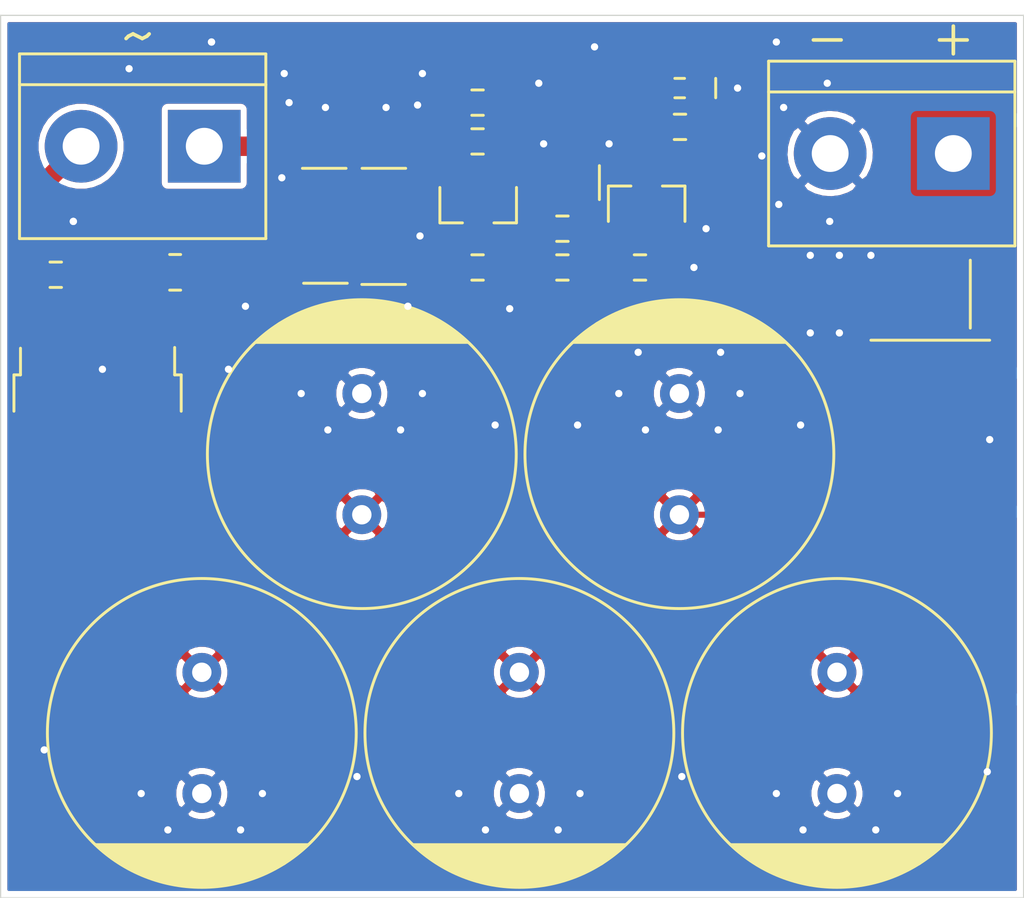
<source format=kicad_pcb>
(kicad_pcb (version 20211014) (generator pcbnew)
  (layers (0 "F.Cu" signal) (31 "B.Cu" signal) (34 "B.Paste" user) (35 "F.Paste" user) (36 "B.SilkS" user "B.Silkscreen") (37 "F.SilkS" user "F.Silkscreen") (38 "B.Mask" user) (39 "F.Mask" user) (44 "Edge.Cuts" user))
  (net 0 "")
  (net 1 "Net-(D1-Pad2)")
  (net 2 "Net-(D3-Pad2)")
  (net 3 "Net-(D5-Pad2)")
  (net 4 "Net-(DS1-Pad2)")
  (net 5 "Net-(Q1-Pad1)")
  (net 6 "Net-(Q2-Pad3)")
  (net 7 "Net-(F1-Pad2)")
  (net 8 "Net-(Q2-Pad1)")
  (net 9 "Net-(Q3-Pad3)")
  (net 10 "/GND")
  (net 11 "/VCAP")
  (net 12 "/VCC")
  (net 13 "/VOUT")
  (net 14 "/CHARGE")
  (footprint "D_Diode:D_SOD_123" (layer "F.Cu") (at 51.4 97.2 90)
    (fp_text reference "D3" hide)
    (fp_text value "DSS16UTR" hide)
    (fp_line (start -2.25 -1) (end -2.25 0.8) (layer "F.SilkS") (width 0.12))
    (pad "1" smd roundrect locked (at -1.65 -0.1 90) (size 0.9 1.2) (layers "F.Cu" "F.Paste" "F.Mask") (net 12 "/VCC"))
    (pad "2" smd roundrect locked (at 1.65 -0.1 90) (size 0.9 1.2) (layers "F.Cu" "F.Paste" "F.Mask") (net 2 "Net-(D3-Pad2)"))
  )
  (footprint "TerminalBlock:TerminalBlock_bornier-2_P5.08mm" (layer "F.Cu") (at 46.3 93.8 180)
    (fp_text reference "J1" hide)
    (fp_text value "Screw_Terminal_01x02" hide)
    (fp_line (start 7.62 -3.81) (end -2.54 -3.81) (layer "F.SilkS") (width 0.12))
    (fp_line (start -2.54 3.81) (end 7.62 3.81) (layer "F.SilkS") (width 0.12))
    (fp_line (start 7.62 2.54) (end -2.54 2.54) (layer "F.SilkS") (width 0.12))
    (fp_line (start -2.54 -3.81) (end -2.54 3.81) (layer "F.SilkS") (width 0.12))
    (fp_line (start 7.62 3.81) (end 7.62 -3.81) (layer "F.SilkS") (width 0.12))
    (pad "1" thru_hole rect locked (at 0 0 180) (size 3 3) (drill 1.52) (layers *.Cu *.Mask) (net 2 "Net-(D3-Pad2)"))
    (pad "2" thru_hole circle locked (at 5.08 0 180) (size 3 3) (drill 1.52) (layers *.Cu *.Mask) (net 7 "Net-(F1-Pad2)"))
  )
  (footprint "R_Resistor:R_0603" (layer "F.Cu") (at 61.075 98.8)
    (fp_text reference "R5" hide)
    (fp_text value "R_0603" hide)
    (fp_line (start -0.237258 0.5225) (end 0.237258 0.5225) (layer "F.SilkS") (width 0.12))
    (fp_line (start -0.237258 -0.5225) (end 0.237258 -0.5225) (layer "F.SilkS") (width 0.12))
    (pad "1" smd roundrect locked (at -0.825 0) (size 0.8 0.95) (layers "F.Cu" "F.Paste" "F.Mask") (net 3 "Net-(D5-Pad2)"))
    (pad "2" smd roundrect locked (at 0.825 0) (size 0.8 0.95) (layers "F.Cu" "F.Paste" "F.Mask") (net 8 "Net-(Q2-Pad1)"))
  )
  (footprint "R_Resistor:R_0603" (layer "F.Cu") (at 64.275 98.8)
    (fp_text reference "R8" hide)
    (fp_text value "R_0603" hide)
    (fp_line (start -0.237258 0.5225) (end 0.237258 0.5225) (layer "F.SilkS") (width 0.12))
    (fp_line (start -0.237258 -0.5225) (end 0.237258 -0.5225) (layer "F.SilkS") (width 0.12))
    (pad "1" smd roundrect locked (at -0.825 0) (size 0.8 0.95) (layers "F.Cu" "F.Paste" "F.Mask") (net 8 "Net-(Q2-Pad1)"))
    (pad "2" smd roundrect locked (at 0.825 0) (size 0.8 0.95) (layers "F.Cu" "F.Paste" "F.Mask") (net 10 "/GND"))
  )
  (footprint "D_Diode:D_SOD_123" (layer "F.Cu") (at 51.35 92.46 90)
    (fp_text reference "D4" hide)
    (fp_text value "DSS16UTR" hide)
    (fp_line (start -2.25 -1) (end -2.25 0.8) (layer "F.SilkS") (width 0.12))
    (pad "1" smd roundrect locked (at -1.65 -0.1 90) (size 0.9 1.2) (layers "F.Cu" "F.Paste" "F.Mask") (net 2 "Net-(D3-Pad2)"))
    (pad "2" smd roundrect locked (at 1.65 -0.1 90) (size 0.9 1.2) (layers "F.Cu" "F.Paste" "F.Mask") (net 10 "/GND"))
  )
  (footprint "D_Diode:D_SOD_123" (layer "F.Cu") (at 53.81 92.46 90)
    (fp_text reference "D2" hide)
    (fp_text value "DSS16UTR" hide)
    (fp_line (start -2.25 -1) (end -2.25 0.8) (layer "F.SilkS") (width 0.12))
    (pad "1" smd roundrect locked (at -1.65 -0.1 90) (size 0.9 1.2) (layers "F.Cu" "F.Paste" "F.Mask") (net 1 "Net-(D1-Pad2)"))
    (pad "2" smd roundrect locked (at 1.65 -0.1 90) (size 0.9 1.2) (layers "F.Cu" "F.Paste" "F.Mask") (net 10 "/GND"))
  )
  (footprint "D_Diode:D_SOD_123" (layer "F.Cu") (at 53.8 97.25 90)
    (fp_text reference "D1" hide)
    (fp_text value "DSS16UTR" hide)
    (fp_line (start -2.25 -1) (end -2.25 0.8) (layer "F.SilkS") (width 0.12))
    (pad "1" smd roundrect locked (at -1.65 -0.1 90) (size 0.9 1.2) (layers "F.Cu" "F.Paste" "F.Mask") (net 12 "/VCC"))
    (pad "2" smd roundrect locked (at 1.65 -0.1 90) (size 0.9 1.2) (layers "F.Cu" "F.Paste" "F.Mask") (net 1 "Net-(D1-Pad2)"))
  )
  (footprint "Q_MOSFET:SOT-23" (layer "F.Cu") (at 64.55 96.2 90)
    (fp_text reference "Q2" hide)
    (fp_text value "MMBT5551" hide)
    (fp_line (start 0.76 1.58) (end 0.76 0.65) (layer "F.SilkS") (width 0.12))
    (fp_line (start 0.76 1.58) (end -0.7 1.58) (layer "F.SilkS") (width 0.12))
    (fp_line (start 0.76 -1.58) (end -0.7 -1.58) (layer "F.SilkS") (width 0.12))
    (fp_line (start 0.76 -1.58) (end 0.76 -0.65) (layer "F.SilkS") (width 0.12))
    (pad "1" smd roundrect (at -1 -0.95 90) (size 0.9 0.8) (layers "F.Cu" "F.Paste" "F.Mask") (net 8 "Net-(Q2-Pad1)"))
    (pad "2" smd roundrect (at -1 0.95 90) (size 0.9 0.8) (layers "F.Cu" "F.Paste" "F.Mask") (net 10 "/GND"))
    (pad "3" smd roundrect (at 1 0 90) (size 0.9 0.8) (layers "F.Cu" "F.Paste" "F.Mask") (net 6 "Net-(Q2-Pad3)"))
  )
  (footprint "Q_MOSFET:TO-252-2" (layer "F.Cu") (at 41.9 105.7 -90)
    (fp_text reference "Q3" hide)
    (fp_text value "FQD11P06TM" hide)
    (fp_line (start -2.47 3.18) (end -3.57 3.18) (layer "F.SilkS") (width 0.12))
    (fp_line (start -2.47 -3.45) (end -2.47 -3.18) (layer "F.SilkS") (width 0.12))
    (fp_line (start -2.47 -3.18) (end -3.6 -3.18) (layer "F.SilkS") (width 0.12))
    (fp_line (start -0.97 -3.45) (end -2.47 -3.45) (layer "F.SilkS") (width 0.12))
    (fp_line (start -0.97 3.45) (end -2.47 3.45) (layer "F.SilkS") (width 0.12))
    (fp_line (start -2.47 3.45) (end -2.47 3.18) (layer "F.SilkS") (width 0.12))
    (pad "1" smd roundrect locked (at -4.2 -2.28 270) (size 2.2 1.2) (layers "F.Cu" "F.Paste" "F.Mask") (net 14 "/CHARGE"))
    (pad "2" smd rect locked (at 2.1 0 270) (size 6.4 5.8) (layers "F.Cu" "F.Mask") (net 11 "/VCAP"))
    (pad "3" smd roundrect locked (at -4.2 2.28 270) (size 2.2 1.2) (layers "F.Cu" "F.Paste" "F.Mask") (net 9 "Net-(Q3-Pad3)"))
  )
  (footprint "DS_LED:DS_0603" (layer "F.Cu") (at 65.9125 91.4 180)
    (fp_text reference "DS1" hide)
    (fp_text value "DS_0603" hide)
    (fp_line (start -0.2 -0.4) (end 0.2 -0.4) (layer "F.SilkS") (width 0.12))
    (fp_line (start -1.485 -0.4) (end -1.485 0.4) (layer "F.SilkS") (width 0.12))
    (fp_line (start -0.2 0.4) (end 0.2 0.4) (layer "F.SilkS") (width 0.12))
    (pad "1" smd roundrect locked (at -0.7875 0 180) (size 0.875 0.95) (layers "F.Cu" "F.Paste" "F.Mask") (net 10 "/GND"))
    (pad "2" smd roundrect locked (at 0.7875 0 180) (size 0.875 0.95) (layers "F.Cu" "F.Paste" "F.Mask") (net 4 "Net-(DS1-Pad2)"))
  )
  (footprint "R_Resistor:R_0805" (layer "F.Cu") (at 45.1 99 180)
    (fp_text reference "R4" hide)
    (fp_text value "R_0805" hide)
    (fp_line (start -0.227064 0.735) (end 0.227064 0.735) (layer "F.SilkS") (width 0.12))
    (fp_line (start -0.227064 -0.735) (end 0.227064 -0.735) (layer "F.SilkS") (width 0.12))
    (pad "1" smd roundrect locked (at -0.9125 0 180) (size 1.025 1.4) (layers "F.Cu" "F.Paste" "F.Mask") (roundrect_rratio 0.243902) (net 12 "/VCC"))
    (pad "2" smd roundrect locked (at 0.9125 0 180) (size 1.025 1.4) (layers "F.Cu" "F.Paste" "F.Mask") (roundrect_rratio 0.243902) (net 9 "Net-(Q3-Pad3)"))
  )
  (footprint "R_Resistor:R_0603" (layer "F.Cu") (at 61.075 97.2)
    (fp_text reference "R2" hide)
    (fp_text value "R_0603" hide)
    (fp_line (start -0.237258 -0.5225) (end 0.237258 -0.5225) (layer "F.SilkS") (width 0.12))
    (fp_line (start -0.237258 0.5225) (end 0.237258 0.5225) (layer "F.SilkS") (width 0.12))
    (pad "1" smd roundrect locked (at -0.825 0) (size 0.8 0.95) (layers "F.Cu" "F.Paste" "F.Mask") (net 14 "/CHARGE"))
    (pad "2" smd roundrect locked (at 0.825 0) (size 0.8 0.95) (layers "F.Cu" "F.Paste" "F.Mask") (net 6 "Net-(Q2-Pad3)"))
  )
  (footprint "R_Resistor:R_0603" (layer "F.Cu") (at 65.925 93)
    (fp_text reference "R6" hide)
    (fp_text value "R_0603" hide)
    (fp_line (start -0.237258 -0.5225) (end 0.237258 -0.5225) (layer "F.SilkS") (width 0.12))
    (fp_line (start -0.237258 0.5225) (end 0.237258 0.5225) (layer "F.SilkS") (width 0.12))
    (pad "1" smd roundrect locked (at -0.825 0) (size 0.8 0.95) (layers "F.Cu" "F.Paste" "F.Mask") (net 4 "Net-(DS1-Pad2)"))
    (pad "2" smd roundrect locked (at 0.825 0) (size 0.8 0.95) (layers "F.Cu" "F.Paste" "F.Mask") (net 11 "/VCAP"))
  )
  (footprint "Q_MOSFET:SOT-23" (layer "F.Cu") (at 57.6 96.2 -90)
    (fp_text reference "Q1" hide)
    (fp_text value "MMBT5401" hide)
    (fp_line (start 0.76 1.58) (end 0.76 0.65) (layer "F.SilkS") (width 0.12))
    (fp_line (start 0.76 1.58) (end -0.7 1.58) (layer "F.SilkS") (width 0.12))
    (fp_line (start 0.76 -1.58) (end -0.7 -1.58) (layer "F.SilkS") (width 0.12))
    (fp_line (start 0.76 -1.58) (end 0.76 -0.65) (layer "F.SilkS") (width 0.12))
    (pad "1" smd roundrect (at -1 -0.95 270) (size 0.9 0.8) (layers "F.Cu" "F.Paste" "F.Mask") (net 5 "Net-(Q1-Pad1)"))
    (pad "2" smd roundrect (at -1 0.95 270) (size 0.9 0.8) (layers "F.Cu" "F.Paste" "F.Mask") (net 12 "/VCC"))
    (pad "3" smd roundrect (at 1 0 270) (size 0.9 0.8) (layers "F.Cu" "F.Paste" "F.Mask") (net 14 "/CHARGE"))
  )
  (footprint "R_Resistor:R_0603" (layer "F.Cu") (at 57.575 98.8)
    (fp_text reference "R1" hide)
    (fp_text value "R_0603" hide)
    (fp_line (start -0.237258 -0.5225) (end 0.237258 -0.5225) (layer "F.SilkS") (width 0.12))
    (fp_line (start -0.237258 0.5225) (end 0.237258 0.5225) (layer "F.SilkS") (width 0.12))
    (pad "1" smd roundrect locked (at -0.825 0) (size 0.8 0.95) (layers "F.Cu" "F.Paste" "F.Mask") (net 12 "/VCC"))
    (pad "2" smd roundrect locked (at 0.825 0) (size 0.8 0.95) (layers "F.Cu" "F.Paste" "F.Mask") (net 14 "/CHARGE"))
  )
  (footprint "D_Diode:D_SMC" (layer "F.Cu") (at 76.2 106.6 -90)
    (fp_text reference "D6" hide)
    (fp_text value "B550C" hide)
    (fp_line (start -4.8 2.4) (end -4.8 -2.5) (layer "F.SilkS") (width 0.12))
    (pad "1" smd roundrect locked (at -3.4 0) (size 3.3 2.5) (layers "F.Cu" "F.Paste" "F.Mask") (net 13 "/VOUT"))
    (pad "2" smd roundrect locked (at 3.4 0) (size 3.3 2.5) (layers "F.Cu" "F.Paste" "F.Mask") (net 11 "/VCAP"))
  )
  (footprint "TerminalBlock:TerminalBlock_bornier-2_P5.08mm" (layer "F.Cu") (at 77.2 94.1 180)
    (fp_text reference "J2" hide)
    (fp_text value "Screw_Terminal_01x02" hide)
    (fp_line (start 7.62 -3.81) (end -2.54 -3.81) (layer "F.SilkS") (width 0.12))
    (fp_line (start -2.54 3.81) (end 7.62 3.81) (layer "F.SilkS") (width 0.12))
    (fp_line (start -2.54 -3.81) (end -2.54 3.81) (layer "F.SilkS") (width 0.12))
    (fp_line (start 7.62 3.81) (end 7.62 -3.81) (layer "F.SilkS") (width 0.12))
    (fp_line (start 7.62 2.54) (end -2.54 2.54) (layer "F.SilkS") (width 0.12))
    (pad "1" thru_hole rect locked (at 0 0 180) (size 3 3) (drill 1.52) (layers *.Cu *.Mask) (net 13 "/VOUT"))
    (pad "2" thru_hole circle locked (at 5.08 0 180) (size 3 3) (drill 1.52) (layers *.Cu *.Mask) (net 10 "/GND"))
  )
  (footprint "Capacitor_THT:C_Radial_D12.5mm_H20.0mm_P5.00mm" (layer "F.Cu") (at 59.3 115.5 -90)
    (fp_text reference "C5" hide)
    (fp_text value "UVR1V102MHD" hide)
    (fp_circle (center 2.5 0) (end 8.87 0) (layer "F.SilkS") (width 0.12) (fill none))
    (pad "1" thru_hole circle locked (at 0 0 270) (size 1.6 1.6) (drill 0.8) (layers *.Cu *.Mask) (net 11 "/VCAP"))
    (pad "2" thru_hole circle locked (at 5 0 270) (size 1.6 1.6) (drill 0.8) (layers *.Cu *.Mask) (net 10 "/GND"))
  )
  (footprint "Capacitor_THT:C_Radial_D12.5mm_H20.0mm_P5.00mm" (layer "F.Cu") (at 72.4 115.5 -90)
    (fp_text reference "C4" hide)
    (fp_text value "UVR1V102MHD" hide)
    (fp_circle (center 2.5 0) (end 8.87 0) (layer "F.SilkS") (width 0.12) (fill none))
    (pad "1" thru_hole circle locked (at 0 0 270) (size 1.6 1.6) (drill 0.8) (layers *.Cu *.Mask) (net 11 "/VCAP"))
    (pad "2" thru_hole circle locked (at 5 0 270) (size 1.6 1.6) (drill 0.8) (layers *.Cu *.Mask) (net 10 "/GND"))
  )
  (footprint "Capacitor_THT:C_Radial_D12.5mm_H20.0mm_P5.00mm" (layer "F.Cu") (at 52.8 109 90)
    (fp_text reference "C2" hide)
    (fp_text value "UVR1V102MHD" hide)
    (fp_circle (center 2.5 0) (end 8.87 0) (layer "F.SilkS") (width 0.12) (fill none))
    (pad "1" thru_hole circle locked (at 0 0 90) (size 1.6 1.6) (drill 0.8) (layers *.Cu *.Mask) (net 11 "/VCAP"))
    (pad "2" thru_hole circle locked (at 5 0 90) (size 1.6 1.6) (drill 0.8) (layers *.Cu *.Mask) (net 10 "/GND"))
  )
  (footprint "Capacitor_THT:C_Radial_D12.5mm_H20.0mm_P5.00mm" (layer "F.Cu") (at 46.2 115.5 -90)
    (fp_text reference "C3" hide)
    (fp_text value "UVR1V102MHD" hide)
    (fp_circle (center 2.5 0) (end 8.87 0) (layer "F.SilkS") (width 0.12) (fill none))
    (pad "1" thru_hole circle locked (at 0 0 270) (size 1.6 1.6) (drill 0.8) (layers *.Cu *.Mask) (net 11 "/VCAP"))
    (pad "2" thru_hole circle locked (at 5 0 270) (size 1.6 1.6) (drill 0.8) (layers *.Cu *.Mask) (net 10 "/GND"))
  )
  (footprint "Capacitor_THT:C_Radial_D12.5mm_H20.0mm_P5.00mm" (layer "F.Cu") (at 65.9 109 90)
    (fp_text reference "C1" hide)
    (fp_text value "UVR1V102MHD" hide)
    (fp_circle (center 2.5 0) (end 8.87 0) (layer "F.SilkS") (width 0.12) (fill none))
    (pad "1" thru_hole circle locked (at 0 0 90) (size 1.6 1.6) (drill 0.8) (layers *.Cu *.Mask) (net 11 "/VCAP"))
    (pad "2" thru_hole circle locked (at 5 0 90) (size 1.6 1.6) (drill 0.8) (layers *.Cu *.Mask) (net 10 "/GND"))
  )
  (footprint "R_Resistor:R_0603" (layer "F.Cu") (at 57.575 92 180)
    (fp_text reference "R7" hide)
    (fp_text value "R_0603" hide)
    (fp_line (start -0.237258 0.5225) (end 0.237258 0.5225) (layer "F.SilkS") (width 0.12))
    (fp_line (start -0.237258 -0.5225) (end 0.237258 -0.5225) (layer "F.SilkS") (width 0.12))
    (pad "1" smd roundrect locked (at -0.825 0 180) (size 0.8 0.95) (layers "F.Cu" "F.Paste" "F.Mask") (net 13 "/VOUT"))
    (pad "2" smd roundrect locked (at 0.825 0 180) (size 0.8 0.95) (layers "F.Cu" "F.Paste" "F.Mask") (net 12 "/VCC"))
  )
  (footprint "D_Diode:D_SOD_323" (layer "F.Cu") (at 61.1 95.3 180)
    (fp_text reference "D5" hide)
    (fp_text value "DDZ5V6BSF" hide)
    (fp_line (start -1.5 -0.7) (end -1.5 0.7) (layer "F.SilkS") (width 0.12))
    (pad "1" smd roundrect locked (at -1.05 0 180) (size 0.6 0.45) (layers "F.Cu" "F.Paste" "F.Mask") (net 13 "/VOUT"))
    (pad "2" smd roundrect locked (at 1.05 0 180) (size 0.6 0.45) (layers "F.Cu" "F.Paste" "F.Mask") (net 3 "Net-(D5-Pad2)"))
  )
  (footprint "F_Fuse:F_0603" (layer "F.Cu") (at 40.175 99.1 180)
    (fp_text reference "F1" hide)
    (fp_text value "0686F2500-01" hide)
    (fp_line (start -0.237258 0.5225) (end 0.237258 0.5225) (layer "F.SilkS") (width 0.12))
    (fp_line (start -0.237258 -0.5225) (end 0.237258 -0.5225) (layer "F.SilkS") (width 0.12))
    (pad "1" smd roundrect locked (at -0.825 0 180) (size 1 0.95) (layers "F.Cu" "F.Paste" "F.Mask") (net 1 "Net-(D1-Pad2)"))
    (pad "2" smd roundrect locked (at 0.825 0 180) (size 1 0.95) (layers "F.Cu" "F.Paste" "F.Mask") (net 7 "Net-(F1-Pad2)"))
  )
  (footprint "R_Resistor:R_0603" (layer "F.Cu") (at 57.575 93.6)
    (fp_text reference "R3" hide)
    (fp_text value "R_0603" hide)
    (fp_line (start -0.237258 0.5225) (end 0.237258 0.5225) (layer "F.SilkS") (width 0.12))
    (fp_line (start -0.237258 -0.5225) (end 0.237258 -0.5225) (layer "F.SilkS") (width 0.12))
    (pad "1" smd roundrect locked (at -0.825 0) (size 0.8 0.95) (layers "F.Cu" "F.Paste" "F.Mask") (net 9 "Net-(Q3-Pad3)"))
    (pad "2" smd roundrect locked (at 0.825 0) (size 0.8 0.95) (layers "F.Cu" "F.Paste" "F.Mask") (net 5 "Net-(Q1-Pad1)"))
  )
  (footprint "D_Diode:D_SMA" (layer "F.Cu") (at 74.5 99.9 180)
    (fp_text reference "D7" hide)
    (fp_text value "SMAJ36A-13-F" hide)
    (fp_line (start -3.4 -1.4) (end -3.4 1.4) (layer "F.SilkS") (width 0.12))
    (pad "1" smd roundrect locked (at -2 0 180) (size 2.5 1.8) (layers "F.Cu" "F.Paste" "F.Mask") (net 13 "/VOUT"))
    (pad "2" smd roundrect locked (at 2 0 180) (size 2.5 1.8) (layers "F.Cu" "F.Paste" "F.Mask") (net 10 "/GND"))
  )
  (gr_poly (pts (xy 62.5 101.1) (xy 64.1 100.4) (xy 65.1 100.2) (xy 66.5 100.2) (xy 67.6 100.4) (xy 68.8 100.9) (xy 69.7 101.4) (xy 70.3 101.9) (xy 61.5 101.9)) (layer "F.SilkS") (width 0.1) (fill solid))
  (gr_poly (pts (xy 49.6 123.4) (xy 48 124.1) (xy 47 124.3) (xy 45.6 124.3) (xy 44.5 124.1) (xy 43.3 123.6) (xy 42.4 123.1) (xy 41.8 122.6) (xy 50.6 122.6)) (layer "F.SilkS") (width 0.1) (fill solid))
  (gr_poly (pts (xy 49.4 101.1) (xy 51 100.4) (xy 52 100.2) (xy 53.4 100.2) (xy 54.5 100.4) (xy 55.7 100.9) (xy 56.6 101.4) (xy 57.2 101.9) (xy 48.4 101.9)) (layer "F.SilkS") (width 0.1) (fill solid))
  (gr_poly (pts (xy 62.7 123.4) (xy 61.1 124.1) (xy 60.1 124.3) (xy 58.7 124.3) (xy 57.6 124.1) (xy 56.4 123.6) (xy 55.5 123.1) (xy 54.9 122.6) (xy 63.7 122.6)) (layer "F.SilkS") (width 0.1) (fill solid))
  (gr_poly (pts (xy 75.8 123.4) (xy 74.2 124.1) (xy 73.2 124.3) (xy 71.8 124.3) (xy 70.7 124.1) (xy 69.5 123.6) (xy 68.6 123.1) (xy 68 122.6) (xy 76.8 122.6)) (layer "F.SilkS") (width 0.1) (fill solid))
  (gr_line (start 37.9 124.8) (end 37.9 88.4) (layer "Edge.Cuts") (width 0.05))
  (gr_line (start 80.1 88.4) (end 80.1 124.8) (layer "Edge.Cuts") (width 0.05))
  (gr_line (start 37.9 88.4) (end 80.1 88.4) (layer "Edge.Cuts") (width 0.05))
  (gr_line (start 80.1 124.8) (end 37.9 124.8) (layer "Edge.Cuts") (width 0.05))
  (gr_text "-" (at 72 89.3) (layer "F.SilkS") (effects (font (size 1.5 1.5))))
  (gr_text "~" (at 43.6 89.2) (layer "F.SilkS") (effects (font (size 2 2))))
  (gr_text "+" (at 77.2 89.3) (layer "F.SilkS") (effects (font (size 1.5 1.5))))
  (segment (start 53.71 95.59) (end 53.7 95.6) (width 0.8) (layer "F.Cu") (net 1))
  (segment (start 53.7 95.6) (end 52.69999 96.60001) (width 0.8) (layer "F.Cu") (net 1))
  (segment (start 53.71 94.11) (end 53.71 95.59) (width 0.8) (layer "F.Cu") (net 1))
  (segment (start 43.49999 96.60001) (end 41 99.1) (width 0.8) (layer "F.Cu") (net 1))
  (segment (start 52.69999 96.60001) (end 43.49999 96.60001) (width 0.8) (layer "F.Cu") (net 1))
  (segment (start 50.94 93.8) (end 51.25 94.11) (width 0.8) (layer "F.Cu") (net 2))
  (segment (start 51.3 95.55) (end 51.3 94.16) (width 0.8) (layer "F.Cu") (net 2))
  (segment (start 51.3 94.16) (end 51.25 94.11) (width 0.8) (layer "F.Cu") (net 2))
  (segment (start 46.3 93.8) (end 50.94 93.8) (width 0.8) (layer "F.Cu") (net 2))
  (segment (start 61.1 96.35) (end 60.05 95.3) (width 0.25) (layer "F.Cu") (net 3))
  (segment (start 60.25 98.8) (end 60.65 98.8) (width 0.25) (layer "F.Cu") (net 3))
  (segment (start 61.1 98.35) (end 61.1 96.35) (width 0.25) (layer "F.Cu") (net 3))
  (segment (start 60.65 98.8) (end 61.1 98.35) (width 0.25) (layer "F.Cu") (net 3))
  (segment (start 65.125 91.4) (end 65.125 92.975) (width 0.25) (layer "F.Cu") (net 4))
  (segment (start 65.125 92.975) (end 65.1 93) (width 0.25) (layer "F.Cu") (net 4))
  (segment (start 58.4 93.6) (end 58.4 95.05) (width 0.25) (layer "F.Cu") (net 5))
  (segment (start 58.4 95.05) (end 58.55 95.2) (width 0.25) (layer "F.Cu") (net 5))
  (segment (start 63.9 95.2) (end 64.55 95.2) (width 0.25) (layer "F.Cu") (net 6))
  (segment (start 61.9 97.2) (end 63.9 95.2) (width 0.25) (layer "F.Cu") (net 6))
  (segment (start 39.35 95.67) (end 41.22 93.8) (width 0.8) (layer "F.Cu") (net 7))
  (segment (start 39.35 99.1) (end 39.35 95.67) (width 0.8) (layer "F.Cu") (net 7))
  (segment (start 63.45 97.35) (end 63.6 97.2) (width 0.25) (layer "F.Cu") (net 8))
  (segment (start 63.45 98.8) (end 61.9 98.8) (width 0.25) (layer "F.Cu") (net 8))
  (segment (start 63.45 98.8) (end 63.45 97.35) (width 0.25) (layer "F.Cu") (net 8))
  (segment (start 45.1 97.32502) (end 53.352814 97.32502) (width 0.25) (layer "F.Cu") (net 9))
  (segment (start 44.1875 99) (end 44.1875 98.23752) (width 0.25) (layer "F.Cu") (net 9))
  (segment (start 53.352814 97.32502) (end 55.92499 94.752844) (width 0.25) (layer "F.Cu") (net 9))
  (segment (start 44.1875 98.23752) (end 45.1 97.32502) (width 0.25) (layer "F.Cu") (net 9))
  (segment (start 55.92499 94.42501) (end 56.75 93.6) (width 0.25) (layer "F.Cu") (net 9))
  (segment (start 41.6875 101.5) (end 44.1875 99) (width 0.8) (layer "F.Cu") (net 9))
  (segment (start 39.62 101.5) (end 41.6875 101.5) (width 0.8) (layer "F.Cu") (net 9))
  (segment (start 55.92499 94.752844) (end 55.92499 94.42501) (width 0.25) (layer "F.Cu") (net 9))
  (via (at 60.9 122) (size 0.7) (drill 0.3) (layers "F.Cu" "B.Cu") (net 10))
  (via (at 57.9 122) (size 0.7) (drill 0.3) (layers "F.Cu" "B.Cu") (net 10))
  (via (at 61.8 120.5) (size 0.7) (drill 0.3) (layers "F.Cu" "B.Cu") (net 10))
  (via (at 56.8 120.5) (size 0.7) (drill 0.3) (layers "F.Cu" "B.Cu") (net 10))
  (via (at 71.3 101.5) (size 0.7) (drill 0.3) (layers "F.Cu" "B.Cu") (net 10))
  (via (at 70 96.2) (size 0.7) (drill 0.3) (layers "F.Cu" "B.Cu") (net 10))
  (via (at 72.1 96.9) (size 0.7) (drill 0.3) (layers "F.Cu" "B.Cu") (net 10))
  (via (at 68.3 91.4) (size 0.7) (drill 0.3) (layers "F.Cu" "B.Cu") (net 10))
  (via (at 46.6 89.5) (size 0.7) (drill 0.3) (layers "F.Cu" "B.Cu") (net 10))
  (via (at 43.7 120.5) (size 0.7) (drill 0.3) (layers "F.Cu" "B.Cu") (net 10))
  (via (at 63 93.7) (size 0.7) (drill 0.3) (layers "F.Cu" "B.Cu") (net 10))
  (via (at 69.9 89.5) (size 0.7) (drill 0.3) (layers "F.Cu" "B.Cu") (net 10))
  (via (at 51.4 105.5) (size 0.7) (drill 0.3) (layers "F.Cu" "B.Cu") (net 10))
  (via (at 69.3 94.2) (size 0.7) (drill 0.3) (layers "F.Cu" "B.Cu") (net 10))
  (via (at 78.6 119.6) (size 0.7) (drill 0.3) (layers "F.Cu" "B.Cu") (net 10))
  (via (at 74.9 120.5) (size 0.7) (drill 0.3) (layers "F.Cu" "B.Cu") (net 10))
  (via (at 71 122) (size 0.7) (drill 0.3) (layers "F.Cu" "B.Cu") (net 10))
  (via (at 49.5 95.1) (size 0.7) (drill 0.3) (layers "F.Cu" "B.Cu") (net 10))
  (via (at 55.3 90.8) (size 0.7) (drill 0.3) (layers "F.Cu" "B.Cu") (net 10))
  (via (at 72.5 101.5) (size 0.7) (drill 0.3) (layers "F.Cu" "B.Cu") (net 10))
  (via (at 72.5 98.3) (size 0.7) (drill 0.3) (layers "F.Cu" "B.Cu") (net 10))
  (via (at 47.8 122) (size 0.7) (drill 0.3) (layers "F.Cu" "B.Cu") (net 10))
  (via (at 53.8 92.2) (size 0.7) (drill 0.3) (layers "F.Cu" "B.Cu") (net 10))
  (via (at 71.3 98.3) (size 0.7) (drill 0.3) (layers "F.Cu" "B.Cu") (net 10))
  (via (at 78.7 105.9) (size 0.7) (drill 0.3) (layers "F.Cu" "B.Cu") (net 10))
  (via (at 55.3 104) (size 0.7) (drill 0.3) (layers "F.Cu" "B.Cu") (net 10))
  (via (at 55.1 92.1) (size 0.7) (drill 0.3) (layers "F.Cu" "B.Cu") (net 10))
  (via (at 40.9 96.9) (size 0.7) (drill 0.3) (layers "F.Cu" "B.Cu") (net 10))
  (via (at 63.4 104) (size 0.7) (drill 0.3) (layers "F.Cu" "B.Cu") (net 10))
  (via (at 49.6 90.8) (size 0.7) (drill 0.3) (layers "F.Cu" "B.Cu") (net 10))
  (via (at 58.3 105.3) (size 0.7) (drill 0.3) (layers "F.Cu" "B.Cu") (net 10))
  (via (at 60.3 93.7) (size 0.7) (drill 0.3) (layers "F.Cu" "B.Cu") (net 10))
  (via (at 66.5 98.8) (size 0.7) (drill 0.3) (layers "F.Cu" "B.Cu") (net 10))
  (via (at 40.9 96.9) (size 0.7) (drill 0.3) (layers "F.Cu" "B.Cu") (net 10))
  (via (at 54.7 100.4) (size 0.7) (drill 0.3) (layers "F.Cu" "B.Cu") (net 10))
  (via (at 67.6 102.3) (size 0.7) (drill 0.3) (layers "F.Cu" "B.Cu") (net 10))
  (via (at 50.3 104) (size 0.7) (drill 0.3) (layers "F.Cu" "B.Cu") (net 10))
  (via (at 70.9 105.3) (size 0.7) (drill 0.3) (layers "F.Cu" "B.Cu") (net 10))
  (via (at 55.2 97.5) (size 0.7) (drill 0.3) (layers "F.Cu" "B.Cu") (net 10))
  (via (at 67 97.2) (size 0.7) (drill 0.3) (layers "F.Cu" "B.Cu") (net 10))
  (via (at 39.7 118.7) (size 0.7) (drill 0.3) (layers "F.Cu" "B.Cu") (net 10))
  (via (at 64.2 102.3) (size 0.7) (drill 0.3) (layers "F.Cu" "B.Cu") (net 10))
  (via (at 46.6 89.5) (size 0.7) (drill 0.3) (layers "F.Cu" "B.Cu") (net 10))
  (via (at 44.8 122) (size 0.7) (drill 0.3) (layers "F.Cu" "B.Cu") (net 10))
  (via (at 51.3 92.2) (size 0.7) (drill 0.3) (layers "F.Cu" "B.Cu") (net 10))
  (via (at 72 91.2) (size 0.7) (drill 0.3) (layers "F.Cu" "B.Cu") (net 10))
  (via (at 66 119.8) (size 0.7) (drill 0.3) (layers "F.Cu" "B.Cu") (net 10))
  (via (at 73.8 98.3) (size 0.7) (drill 0.3) (layers "F.Cu" "B.Cu") (net 10))
  (via (at 62.4 89.7) (size 0.7) (drill 0.3) (layers "F.Cu" "B.Cu") (net 10))
  (via (at 70.2 92.2) (size 0.7) (drill 0.3) (layers "F.Cu" "B.Cu") (net 10))
  (via (at 48 100.4) (size 0.7) (drill 0.3) (layers "F.Cu" "B.Cu") (net 10))
  (via (at 67.5 105.5) (size 0.7) (drill 0.3) (layers "F.Cu" "B.Cu") (net 10))
  (via (at 48.7 120.5) (size 0.7) (drill 0.3) (layers "F.Cu" "B.Cu") (net 10))
  (via (at 43.2 90.6) (size 0.7) (drill 0.3) (layers "F.Cu" "B.Cu") (net 10))
  (via (at 60.1 91.2) (size 0.7) (drill 0.3) (layers "F.Cu" "B.Cu") (net 10))
  (via (at 64.5 105.5) (size 0.7) (drill 0.3) (layers "F.Cu" "B.Cu") (net 10))
  (via (at 54.4 105.5) (size 0.7) (drill 0.3) (layers "F.Cu" "B.Cu") (net 10))
  (via (at 49.8 92) (size 0.7) (drill 0.3) (layers "F.Cu" "B.Cu") (net 10))
  (via (at 58.9 100.5) (size 0.7) (drill 0.3) (layers "F.Cu" "B.Cu") (net 10))
  (via (at 74 122) (size 0.7) (drill 0.3) (layers "F.Cu" "B.Cu") (net 10))
  (via (at 42.1 103) (size 0.7) (drill 0.3) (layers "F.Cu" "B.Cu") (net 10))
  (via (at 69.9 120.5) (size 0.7) (drill 0.3) (layers "F.Cu" "B.Cu") (net 10))
  (via (at 61.7 105.3) (size 0.7) (drill 0.3) (layers "F.Cu" "B.Cu") (net 10))
  (via (at 68.4 104) (size 0.7) (drill 0.3) (layers "F.Cu" "B.Cu") (net 10))
  (via (at 52.6 119.8) (size 0.7) (drill 0.3) (layers "F.Cu" "B.Cu") (net 10))
  (via (at 47.3 103) (size 0.7) (drill 0.3) (layers "F.Cu" "B.Cu") (net 10))
  (segment (start 66.75 93) (end 66.75 94.85) (width 0.25) (layer "F.Cu") (net 11))
  (segment (start 66.75 94.85) (end 69.9 98) (width 0.25) (layer "F.Cu") (net 11))
  (segment (start 69.9 98) (end 69.9 107.7) (width 0.25) (layer "F.Cu") (net 11))
  (segment (start 69.9 107.7) (end 68.6 109) (width 0.25) (layer "F.Cu") (net 11))
  (segment (start 68.6 109) (end 65.9 109) (width 0.25) (layer "F.Cu") (net 11))
  (segment (start 57.47501 92.72501) (end 56.75 92) (width 0.25) (layer "F.Cu") (net 12))
  (segment (start 56.65 98.9) (end 56.75 98.8) (width 0.25) (layer "F.Cu") (net 12))
  (segment (start 56.65 95.2) (end 57.47501 94.37499) (width 0.25) (layer "F.Cu") (net 12))
  (segment (start 56.65 95.2) (end 56.65 98.7) (width 0.25) (layer "F.Cu") (net 12))
  (segment (start 53.6 99) (end 53.7 98.9) (width 0.8) (layer "F.Cu") (net 12))
  (segment (start 53.7 98.9) (end 56.65 98.9) (width 0.25) (layer "F.Cu") (net 12))
  (segment (start 46.0125 99) (end 53.6 99) (width 0.8) (layer "F.Cu") (net 12))
  (segment (start 56.65 98.7) (end 56.75 98.8) (width 0.25) (layer "F.Cu") (net 12))
  (segment (start 57.47501 94.37499) (end 57.47501 92.72501) (width 0.25) (layer "F.Cu") (net 12))
  (segment (start 77.2 94) (end 77.2 94.1) (width 0.25) (layer "F.Cu") (net 13))
  (segment (start 58.4 92) (end 62.1 92) (width 0.25) (layer "F.Cu") (net 13))
  (segment (start 62.15 90.949002) (end 62.699002 90.4) (width 0.25) (layer "F.Cu") (net 13))
  (segment (start 62.15 95.3) (end 62.15 92.05) (width 0.25) (layer "F.Cu") (net 13))
  (segment (start 62.699002 90.4) (end 73.6 90.4) (width 0.25) (layer "F.Cu") (net 13))
  (segment (start 73.6 90.4) (end 77.2 94) (width 0.25) (layer "F.Cu") (net 13))
  (segment (start 62.15 92.05) (end 62.15 90.949002) (width 0.25) (layer "F.Cu") (net 13))
  (segment (start 62.1 92) (end 62.15 92.05) (width 0.25) (layer "F.Cu") (net 13))
  (segment (start 58.4 98.8) (end 58.4 97.3) (width 0.25) (layer "F.Cu") (net 14))
  (segment (start 58.3 97.2) (end 57.6 97.2) (width 0.25) (layer "F.Cu") (net 14))
  (segment (start 58.4 97.3) (end 58.3 97.2) (width 0.25) (layer "F.Cu") (net 14))
  (segment (start 60.25 97.2) (end 58.3 97.2) (width 0.25) (layer "F.Cu") (net 14))
  (segment (start 56.1 101.1) (end 58.4 98.8) (width 0.25) (layer "F.Cu") (net 14))
  (segment (start 55.7 101.5) (end 56.1 101.1) (width 0.25) (layer "F.Cu") (net 14))
  (segment (start 44.18 101.5) (end 55.7 101.5) (width 0.25) (layer "F.Cu") (net 14))
  (zone (net 10) (net_name "/GND") (layer "F.Cu") (connect_pads (clearance 0.254)) (min_thickness 0.127) (fill yes (thermal_gap 0.254) (thermal_bridge_width 0.381))
    (polygon (pts (xy 80.1 124.8) (xy 37.9 124.8) (xy 37.9 88.4) (xy 80.1 88.4)))
  )
  (zone (net 13) (net_name "/VOUT") (layer "F.Cu") (priority 1) (connect_pads yes (clearance 0.254)) (min_thickness 0.254) (fill yes (thermal_gap 0.254) (thermal_bridge_width 0.508))
    (polygon (pts (xy 78.7 91.6) (xy 79.9 93.1) (xy 79.9 93.9) (xy 80 102.8) (xy 77.7 104.7) (xy 74.3 104.7) (xy 73.7 104.1) (xy 73.7 102.25) (xy 74.8 101.15) (xy 74.8 92.7) (xy 75.9 91.5)))
  )
  (zone (net 11) (net_name "/VCAP") (layer "F.Cu") (priority 1) (connect_pads thru_hole_only (clearance 0.254)) (min_thickness 0.127) (fill yes (thermal_gap 0.254) (thermal_bridge_width 0.381))
    (polygon (pts (xy 51 106.8) (xy 77.5 106.8) (xy 80 109.3) (xy 80 116.2) (xy 78 118.2) (xy 41.6 118.2) (xy 38.8 115.4) (xy 38.9 104.4) (xy 48.8 104.3)))
  )
  (zone (net 10) (net_name "/GND") (layer "B.Cu") (connect_pads (clearance 0.254)) (min_thickness 0.127) (fill yes (thermal_gap 0.254) (thermal_bridge_width 0.381))
    (polygon (pts (xy 80.1 124.8) (xy 37.9 124.8) (xy 37.9 88.4) (xy 80.1 88.4)))
  )
)
</source>
